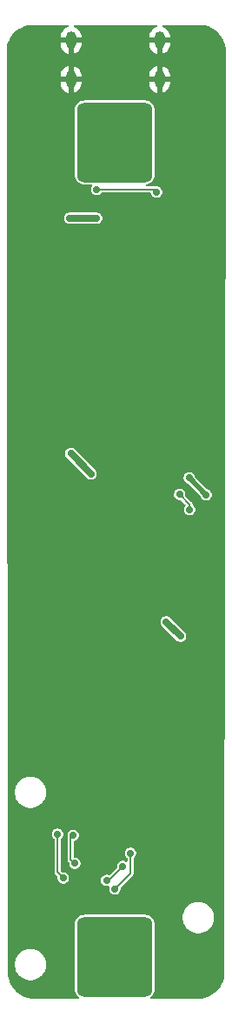
<source format=gbr>
%TF.GenerationSoftware,KiCad,Pcbnew,9.0.3*%
%TF.CreationDate,2025-10-01T23:26:51-04:00*%
%TF.ProjectId,Photon,50686f74-6f6e-42e6-9b69-6361645f7063,1.3*%
%TF.SameCoordinates,Original*%
%TF.FileFunction,Copper,L2,Bot*%
%TF.FilePolarity,Positive*%
%FSLAX46Y46*%
G04 Gerber Fmt 4.6, Leading zero omitted, Abs format (unit mm)*
G04 Created by KiCad (PCBNEW 9.0.3) date 2025-10-01 23:26:51*
%MOMM*%
%LPD*%
G01*
G04 APERTURE LIST*
G04 Aperture macros list*
%AMRoundRect*
0 Rectangle with rounded corners*
0 $1 Rounding radius*
0 $2 $3 $4 $5 $6 $7 $8 $9 X,Y pos of 4 corners*
0 Add a 4 corners polygon primitive as box body*
4,1,4,$2,$3,$4,$5,$6,$7,$8,$9,$2,$3,0*
0 Add four circle primitives for the rounded corners*
1,1,$1+$1,$2,$3*
1,1,$1+$1,$4,$5*
1,1,$1+$1,$6,$7*
1,1,$1+$1,$8,$9*
0 Add four rect primitives between the rounded corners*
20,1,$1+$1,$2,$3,$4,$5,0*
20,1,$1+$1,$4,$5,$6,$7,0*
20,1,$1+$1,$6,$7,$8,$9,0*
20,1,$1+$1,$8,$9,$2,$3,0*%
G04 Aperture macros list end*
%TA.AperFunction,HeatsinkPad*%
%ADD10O,1.000000X1.700000*%
%TD*%
%TA.AperFunction,SMDPad,CuDef*%
%ADD11RoundRect,0.735000X-2.940000X3.150000X-2.940000X-3.150000X2.940000X-3.150000X2.940000X3.150000X0*%
%TD*%
%TA.AperFunction,ViaPad*%
%ADD12C,0.700000*%
%TD*%
%TA.AperFunction,Conductor*%
%ADD13C,0.700000*%
%TD*%
%TA.AperFunction,Conductor*%
%ADD14C,0.200000*%
%TD*%
%TA.AperFunction,Conductor*%
%ADD15C,0.500000*%
%TD*%
%TA.AperFunction,Conductor*%
%ADD16C,1.000000*%
%TD*%
G04 APERTURE END LIST*
D10*
%TO.P,J1,S1,SHIELD*%
%TO.N,GND*%
X57198800Y-25860000D03*
X57198800Y-22060000D03*
X48558800Y-25860000D03*
X48558800Y-22060000D03*
%TD*%
D11*
%TO.P,BT1,1,+*%
%TO.N,/Bat+*%
X52832000Y-32004000D03*
%TO.P,BT1,2,-*%
%TO.N,/Bat-*%
X52832000Y-111252000D03*
%TD*%
D12*
%TO.N,GND*%
X45369137Y-107950000D03*
X45720000Y-35560000D03*
X54356000Y-41976000D03*
X55628800Y-24892000D03*
X52832000Y-66294000D03*
X59262000Y-99314000D03*
X57150000Y-113792000D03*
X60452000Y-41148000D03*
X60198000Y-33274000D03*
X43434000Y-23114000D03*
X60198000Y-94488000D03*
X60452000Y-57912000D03*
X50128800Y-24892000D03*
X48006000Y-31242000D03*
X43434000Y-24892000D03*
X45847000Y-32131000D03*
X49276000Y-105410000D03*
X58928000Y-45720000D03*
X58928000Y-102870000D03*
X58674000Y-72964000D03*
X58975000Y-74808000D03*
%TO.N,PACK+*%
X50527000Y-64281000D03*
X48543380Y-62297380D03*
%TO.N,/SCK*%
X52015896Y-103820103D03*
X53605238Y-102469999D03*
%TO.N,/LED2_EN*%
X48925036Y-102168275D03*
X48768000Y-99426000D03*
%TO.N,/LED1_EN*%
X60107220Y-67732794D03*
X59132930Y-66244930D03*
X47808000Y-103576000D03*
X47244000Y-99314000D03*
%TO.N,+3V3*%
X60071000Y-64643000D03*
X52837896Y-104642104D03*
X61722000Y-66294000D03*
X54356000Y-101170000D03*
%TO.N,/Bat+*%
X51054000Y-39370000D03*
X54922000Y-35316082D03*
X48436206Y-39370000D03*
%TO.N,/Bat-*%
X52832000Y-111252000D03*
X57824764Y-78652764D03*
X59239686Y-80067686D03*
%TO.N,/PMOS_EN_OUT*%
X56896000Y-36830000D03*
X51054000Y-36576000D03*
%TD*%
D13*
%TO.N,PACK+*%
X48543380Y-62297380D02*
X50527000Y-64281000D01*
D14*
%TO.N,/SCK*%
X52255134Y-103820103D02*
X53605238Y-102469999D01*
X52015896Y-103820103D02*
X52255134Y-103820103D01*
%TO.N,/LED2_EN*%
X48925036Y-102168275D02*
X48514000Y-101757239D01*
X48514000Y-101757239D02*
X48514000Y-99680000D01*
X48514000Y-99680000D02*
X48768000Y-99426000D01*
%TO.N,/LED1_EN*%
X47244000Y-103012000D02*
X47244000Y-99314000D01*
X60107220Y-67219220D02*
X59132930Y-66244930D01*
X60107220Y-67732794D02*
X60107220Y-67219220D01*
X47808000Y-103576000D02*
X47244000Y-103012000D01*
%TO.N,+3V3*%
X52837896Y-104642104D02*
X54356000Y-103124000D01*
X54356000Y-103124000D02*
X54356000Y-101170000D01*
D15*
X61722000Y-66294000D02*
X60071000Y-64643000D01*
D13*
%TO.N,/Bat+*%
X48436206Y-39370000D02*
X51054000Y-39370000D01*
D16*
X52289000Y-32223000D02*
X52324000Y-32258000D01*
D13*
%TO.N,/Bat-*%
X57824764Y-78652764D02*
X59239686Y-80067686D01*
D14*
%TO.N,/PMOS_EN_OUT*%
X56642000Y-36576000D02*
X51054000Y-36576000D01*
X56896000Y-36830000D02*
X56642000Y-36576000D01*
%TD*%
%TA.AperFunction,Conductor*%
%TO.N,GND*%
G36*
X48266809Y-20585408D02*
G01*
X48302773Y-20634908D01*
X48302773Y-20696094D01*
X48266809Y-20745594D01*
X48246503Y-20756965D01*
X48085126Y-20823808D01*
X48085114Y-20823814D01*
X47921337Y-20933249D01*
X47921333Y-20933252D01*
X47782052Y-21072533D01*
X47782049Y-21072537D01*
X47672614Y-21236314D01*
X47672608Y-21236326D01*
X47597229Y-21418309D01*
X47597229Y-21418311D01*
X47558800Y-21611506D01*
X47558800Y-21809999D01*
X47558801Y-21810000D01*
X48308800Y-21810000D01*
X48308800Y-22310001D01*
X48308799Y-22310000D01*
X47558801Y-22310000D01*
X47558800Y-22310001D01*
X47558800Y-22508493D01*
X47597229Y-22701688D01*
X47597229Y-22701690D01*
X47672608Y-22883673D01*
X47672614Y-22883685D01*
X47782049Y-23047462D01*
X47782052Y-23047466D01*
X47921333Y-23186747D01*
X47921337Y-23186750D01*
X48085114Y-23296185D01*
X48085126Y-23296191D01*
X48267104Y-23371568D01*
X48267115Y-23371571D01*
X48308800Y-23379862D01*
X48308800Y-22459728D01*
X48346860Y-22551614D01*
X48417186Y-22621940D01*
X48509072Y-22660000D01*
X48608528Y-22660000D01*
X48700414Y-22621940D01*
X48770740Y-22551614D01*
X48808800Y-22459728D01*
X48808800Y-23379861D01*
X48850484Y-23371571D01*
X48850495Y-23371568D01*
X49032473Y-23296191D01*
X49032485Y-23296185D01*
X49196262Y-23186750D01*
X49196266Y-23186747D01*
X49335547Y-23047466D01*
X49335550Y-23047462D01*
X49444985Y-22883685D01*
X49444991Y-22883673D01*
X49520370Y-22701690D01*
X49520370Y-22701688D01*
X49558799Y-22508493D01*
X49558800Y-22508490D01*
X49558800Y-22310001D01*
X49558799Y-22310000D01*
X48808801Y-22310000D01*
X48808800Y-22310001D01*
X48808800Y-21810000D01*
X49558799Y-21810000D01*
X49558800Y-21809999D01*
X49558800Y-21611509D01*
X49558799Y-21611506D01*
X49520370Y-21418311D01*
X49520370Y-21418309D01*
X49444991Y-21236326D01*
X49444985Y-21236314D01*
X49335550Y-21072537D01*
X49335547Y-21072533D01*
X49196266Y-20933252D01*
X49196262Y-20933249D01*
X49032485Y-20823814D01*
X49032473Y-20823808D01*
X48871097Y-20756965D01*
X48824571Y-20717229D01*
X48810287Y-20657734D01*
X48833702Y-20601206D01*
X48885871Y-20569236D01*
X48908982Y-20566501D01*
X56848618Y-20566501D01*
X56906809Y-20585408D01*
X56942773Y-20634908D01*
X56942773Y-20696094D01*
X56906809Y-20745594D01*
X56886503Y-20756965D01*
X56725126Y-20823808D01*
X56725114Y-20823814D01*
X56561337Y-20933249D01*
X56561333Y-20933252D01*
X56422052Y-21072533D01*
X56422049Y-21072537D01*
X56312614Y-21236314D01*
X56312608Y-21236326D01*
X56237229Y-21418309D01*
X56237229Y-21418311D01*
X56198800Y-21611506D01*
X56198800Y-21809999D01*
X56198801Y-21810000D01*
X56948800Y-21810000D01*
X56948800Y-22310001D01*
X56948799Y-22310000D01*
X56198801Y-22310000D01*
X56198800Y-22310001D01*
X56198800Y-22508493D01*
X56237229Y-22701688D01*
X56237229Y-22701690D01*
X56312608Y-22883673D01*
X56312614Y-22883685D01*
X56422049Y-23047462D01*
X56422052Y-23047466D01*
X56561333Y-23186747D01*
X56561337Y-23186750D01*
X56725114Y-23296185D01*
X56725126Y-23296191D01*
X56907104Y-23371568D01*
X56907115Y-23371571D01*
X56948800Y-23379862D01*
X56948800Y-22459728D01*
X56986860Y-22551614D01*
X57057186Y-22621940D01*
X57149072Y-22660000D01*
X57248528Y-22660000D01*
X57340414Y-22621940D01*
X57410740Y-22551614D01*
X57448800Y-22459728D01*
X57448800Y-23379861D01*
X57490484Y-23371571D01*
X57490495Y-23371568D01*
X57672473Y-23296191D01*
X57672485Y-23296185D01*
X57836262Y-23186750D01*
X57836266Y-23186747D01*
X57975547Y-23047466D01*
X57975550Y-23047462D01*
X58084985Y-22883685D01*
X58084991Y-22883673D01*
X58160370Y-22701690D01*
X58160370Y-22701688D01*
X58198799Y-22508493D01*
X58198800Y-22508490D01*
X58198800Y-22310001D01*
X58198799Y-22310000D01*
X57448801Y-22310000D01*
X57448800Y-22310001D01*
X57448800Y-21810000D01*
X58198799Y-21810000D01*
X58198800Y-21809999D01*
X58198800Y-21611509D01*
X58198799Y-21611506D01*
X58160370Y-21418311D01*
X58160370Y-21418309D01*
X58084991Y-21236326D01*
X58084985Y-21236314D01*
X57975550Y-21072537D01*
X57975547Y-21072533D01*
X57836266Y-20933252D01*
X57836262Y-20933249D01*
X57672485Y-20823814D01*
X57672473Y-20823808D01*
X57511097Y-20756965D01*
X57464571Y-20717229D01*
X57450287Y-20657734D01*
X57473702Y-20601206D01*
X57525871Y-20569236D01*
X57548982Y-20566501D01*
X61087975Y-20566501D01*
X61093527Y-20566657D01*
X61370408Y-20582210D01*
X61381439Y-20583453D01*
X61652120Y-20629446D01*
X61662928Y-20631912D01*
X61926786Y-20707932D01*
X61937235Y-20711588D01*
X62190905Y-20816665D01*
X62200899Y-20821478D01*
X62441146Y-20954260D01*
X62441206Y-20954293D01*
X62450603Y-20960198D01*
X62674524Y-21119081D01*
X62683195Y-21125996D01*
X62887928Y-21308959D01*
X62895762Y-21316793D01*
X62986481Y-21418309D01*
X63078719Y-21521525D01*
X63085641Y-21530205D01*
X63244520Y-21754126D01*
X63250426Y-21763526D01*
X63383233Y-22003824D01*
X63388050Y-22013827D01*
X63493115Y-22267480D01*
X63496782Y-22277958D01*
X63549149Y-22459728D01*
X63563197Y-22508490D01*
X63572792Y-22541793D01*
X63575262Y-22552617D01*
X63621250Y-22823291D01*
X63622493Y-22834323D01*
X63638039Y-23111148D01*
X63638195Y-23116843D01*
X63507604Y-112703004D01*
X63507604Y-112703006D01*
X63507594Y-112709754D01*
X63507500Y-112710108D01*
X63507500Y-112773355D01*
X63507495Y-112773368D01*
X63507344Y-112778760D01*
X63491793Y-113055679D01*
X63490550Y-113066711D01*
X63444561Y-113337386D01*
X63442091Y-113348210D01*
X63366081Y-113612045D01*
X63362414Y-113622524D01*
X63257344Y-113876184D01*
X63252527Y-113886186D01*
X63119719Y-114126485D01*
X63113812Y-114135886D01*
X62954933Y-114359804D01*
X62948012Y-114368483D01*
X62765060Y-114573209D01*
X62757209Y-114581060D01*
X62552483Y-114764012D01*
X62543804Y-114770933D01*
X62319886Y-114929812D01*
X62310485Y-114935719D01*
X62070186Y-115068527D01*
X62060184Y-115073344D01*
X61806524Y-115178414D01*
X61796045Y-115182081D01*
X61532210Y-115258091D01*
X61521386Y-115260561D01*
X61250711Y-115306550D01*
X61239679Y-115307793D01*
X60962778Y-115323344D01*
X60957227Y-115323500D01*
X56400134Y-115323500D01*
X56341943Y-115304593D01*
X56305979Y-115255093D01*
X56305979Y-115193907D01*
X56337831Y-115147563D01*
X56377591Y-115115364D01*
X56437142Y-115067142D01*
X56560898Y-114914316D01*
X56650175Y-114739100D01*
X56701072Y-114549151D01*
X56707500Y-114467475D01*
X56707499Y-108036526D01*
X56701072Y-107954849D01*
X56650175Y-107764900D01*
X56560898Y-107589684D01*
X56560895Y-107589680D01*
X56560894Y-107589678D01*
X56437146Y-107436863D01*
X56437142Y-107436858D01*
X56437136Y-107436853D01*
X56385777Y-107395263D01*
X56295567Y-107322212D01*
X59437995Y-107322212D01*
X59437995Y-107561787D01*
X59475470Y-107798399D01*
X59527506Y-107958548D01*
X59549503Y-108026247D01*
X59658265Y-108239704D01*
X59799080Y-108433519D01*
X59968481Y-108602920D01*
X60162296Y-108743735D01*
X60375753Y-108852497D01*
X60603596Y-108926528D01*
X60603597Y-108926528D01*
X60603600Y-108926529D01*
X60840213Y-108964005D01*
X60840216Y-108964005D01*
X61079787Y-108964005D01*
X61316399Y-108926529D01*
X61316400Y-108926528D01*
X61316404Y-108926528D01*
X61544247Y-108852497D01*
X61757704Y-108743735D01*
X61951519Y-108602920D01*
X62120920Y-108433519D01*
X62261735Y-108239704D01*
X62370497Y-108026247D01*
X62444528Y-107798404D01*
X62449835Y-107764900D01*
X62482005Y-107561787D01*
X62482005Y-107322212D01*
X62444529Y-107085600D01*
X62426028Y-107028659D01*
X62370497Y-106857753D01*
X62261735Y-106644296D01*
X62120920Y-106450481D01*
X61951519Y-106281080D01*
X61757704Y-106140265D01*
X61757703Y-106140264D01*
X61757701Y-106140263D01*
X61544247Y-106031503D01*
X61316399Y-105957470D01*
X61079787Y-105919995D01*
X61079784Y-105919995D01*
X60840216Y-105919995D01*
X60840213Y-105919995D01*
X60603600Y-105957470D01*
X60375752Y-106031503D01*
X60162298Y-106140263D01*
X59968482Y-106281079D01*
X59799079Y-106450482D01*
X59658263Y-106644298D01*
X59549503Y-106857752D01*
X59475470Y-107085600D01*
X59437995Y-107322212D01*
X56295567Y-107322212D01*
X56284321Y-107313105D01*
X56284319Y-107313104D01*
X56284317Y-107313103D01*
X56284316Y-107313102D01*
X56109100Y-107223825D01*
X56109097Y-107223824D01*
X56109098Y-107223824D01*
X56026847Y-107201785D01*
X55919151Y-107172928D01*
X55919147Y-107172927D01*
X55919148Y-107172927D01*
X55871692Y-107169192D01*
X55837475Y-107166500D01*
X55837468Y-107166500D01*
X49826531Y-107166500D01*
X49744853Y-107172927D01*
X49554902Y-107223824D01*
X49379680Y-107313104D01*
X49379678Y-107313105D01*
X49226863Y-107436853D01*
X49226853Y-107436863D01*
X49103105Y-107589678D01*
X49103104Y-107589680D01*
X49013824Y-107764902D01*
X48962927Y-107954853D01*
X48956500Y-108036531D01*
X48956500Y-114467468D01*
X48962927Y-114549146D01*
X48962927Y-114549149D01*
X48962928Y-114549151D01*
X49013825Y-114739100D01*
X49103102Y-114914316D01*
X49103104Y-114914319D01*
X49103105Y-114914321D01*
X49226853Y-115067136D01*
X49226858Y-115067142D01*
X49226863Y-115067146D01*
X49326169Y-115147563D01*
X49359493Y-115198877D01*
X49356290Y-115259979D01*
X49317785Y-115307529D01*
X49263866Y-115323500D01*
X44960773Y-115323500D01*
X44955222Y-115323344D01*
X44678320Y-115307793D01*
X44667288Y-115306550D01*
X44396613Y-115260561D01*
X44385789Y-115258091D01*
X44121954Y-115182081D01*
X44111475Y-115178414D01*
X43857815Y-115073344D01*
X43847813Y-115068527D01*
X43607514Y-114935719D01*
X43598113Y-114929812D01*
X43374195Y-114770933D01*
X43365516Y-114764012D01*
X43270270Y-114678896D01*
X43160782Y-114581052D01*
X43152947Y-114573217D01*
X43042381Y-114449493D01*
X42969987Y-114368483D01*
X42963066Y-114359804D01*
X42804187Y-114135886D01*
X42798280Y-114126485D01*
X42665472Y-113886186D01*
X42660655Y-113876184D01*
X42555585Y-113622524D01*
X42551918Y-113612045D01*
X42475904Y-113348195D01*
X42473441Y-113337401D01*
X42427448Y-113066706D01*
X42426206Y-113055679D01*
X42410656Y-112778778D01*
X42410500Y-112773376D01*
X42410500Y-112773355D01*
X42410500Y-112710108D01*
X42410404Y-112709751D01*
X42409215Y-111894645D01*
X43090637Y-111894645D01*
X43090637Y-112133354D01*
X43127977Y-112369110D01*
X43201742Y-112596134D01*
X43293043Y-112775324D01*
X43310110Y-112808819D01*
X43450416Y-113001933D01*
X43619204Y-113170721D01*
X43812318Y-113311027D01*
X44025003Y-113419395D01*
X44252022Y-113493158D01*
X44252023Y-113493158D01*
X44252026Y-113493159D01*
X44487783Y-113530500D01*
X44487786Y-113530500D01*
X44726491Y-113530500D01*
X44962247Y-113493159D01*
X44962248Y-113493158D01*
X44962252Y-113493158D01*
X45189271Y-113419395D01*
X45401956Y-113311027D01*
X45595070Y-113170721D01*
X45763858Y-113001933D01*
X45904164Y-112808819D01*
X46012532Y-112596134D01*
X46086295Y-112369115D01*
X46092836Y-112327817D01*
X46123637Y-112133354D01*
X46123637Y-111894645D01*
X46086296Y-111658889D01*
X46068795Y-111605026D01*
X46012532Y-111431866D01*
X45904164Y-111219181D01*
X45763858Y-111026067D01*
X45595070Y-110857279D01*
X45401956Y-110716973D01*
X45401955Y-110716972D01*
X45401953Y-110716971D01*
X45189271Y-110608605D01*
X44962247Y-110534840D01*
X44726491Y-110497500D01*
X44726488Y-110497500D01*
X44487786Y-110497500D01*
X44487783Y-110497500D01*
X44252026Y-110534840D01*
X44025002Y-110608605D01*
X43812320Y-110716971D01*
X43619205Y-110857278D01*
X43450415Y-111026068D01*
X43310108Y-111219183D01*
X43201742Y-111431865D01*
X43127977Y-111658889D01*
X43090637Y-111894645D01*
X42409215Y-111894645D01*
X42390765Y-99241525D01*
X46693500Y-99241525D01*
X46693500Y-99386474D01*
X46731017Y-99526489D01*
X46803487Y-99652010D01*
X46803489Y-99652012D01*
X46803491Y-99652015D01*
X46905985Y-99754509D01*
X46905987Y-99754510D01*
X46910574Y-99759097D01*
X46909380Y-99760290D01*
X46939420Y-99803989D01*
X46943500Y-99832116D01*
X46943500Y-103051564D01*
X46963978Y-103127988D01*
X46963980Y-103127992D01*
X47003539Y-103196510D01*
X47229150Y-103422122D01*
X47256927Y-103476638D01*
X47257196Y-103497037D01*
X47257500Y-103497037D01*
X47257500Y-103648474D01*
X47295017Y-103788489D01*
X47367487Y-103914010D01*
X47367489Y-103914012D01*
X47367491Y-103914015D01*
X47469985Y-104016509D01*
X47469987Y-104016510D01*
X47469989Y-104016512D01*
X47595511Y-104088982D01*
X47595512Y-104088982D01*
X47595515Y-104088984D01*
X47735525Y-104126500D01*
X47735526Y-104126500D01*
X47880474Y-104126500D01*
X47880475Y-104126500D01*
X48020485Y-104088984D01*
X48020487Y-104088982D01*
X48020489Y-104088982D01*
X48146010Y-104016512D01*
X48146010Y-104016511D01*
X48146015Y-104016509D01*
X48248509Y-103914015D01*
X48320984Y-103788485D01*
X48331932Y-103747628D01*
X51465396Y-103747628D01*
X51465396Y-103892577D01*
X51502913Y-104032592D01*
X51575383Y-104158113D01*
X51575385Y-104158115D01*
X51575387Y-104158118D01*
X51677881Y-104260612D01*
X51677883Y-104260613D01*
X51677885Y-104260615D01*
X51803407Y-104333085D01*
X51803408Y-104333085D01*
X51803411Y-104333087D01*
X51943421Y-104370603D01*
X51943422Y-104370603D01*
X52088372Y-104370603D01*
X52088372Y-104370602D01*
X52194613Y-104342135D01*
X52255715Y-104345336D01*
X52303265Y-104383841D01*
X52319101Y-104442941D01*
X52315864Y-104463384D01*
X52287396Y-104569629D01*
X52287396Y-104714578D01*
X52324913Y-104854593D01*
X52397383Y-104980114D01*
X52397385Y-104980116D01*
X52397387Y-104980119D01*
X52499881Y-105082613D01*
X52499883Y-105082614D01*
X52499885Y-105082616D01*
X52625407Y-105155086D01*
X52625408Y-105155086D01*
X52625411Y-105155088D01*
X52765421Y-105192604D01*
X52765422Y-105192604D01*
X52910370Y-105192604D01*
X52910371Y-105192604D01*
X53050381Y-105155088D01*
X53050383Y-105155086D01*
X53050385Y-105155086D01*
X53175906Y-105082616D01*
X53175906Y-105082615D01*
X53175911Y-105082613D01*
X53278405Y-104980119D01*
X53350880Y-104854589D01*
X53388396Y-104714579D01*
X53388396Y-104569629D01*
X53388396Y-104563140D01*
X53390082Y-104563140D01*
X53399743Y-104510995D01*
X53416741Y-104488228D01*
X54596460Y-103308511D01*
X54627054Y-103255520D01*
X54636021Y-103239989D01*
X54656500Y-103163562D01*
X54656500Y-101688116D01*
X54675407Y-101629925D01*
X54689642Y-101615313D01*
X54689426Y-101615097D01*
X54694012Y-101610510D01*
X54694015Y-101610509D01*
X54796509Y-101508015D01*
X54868984Y-101382485D01*
X54906500Y-101242475D01*
X54906500Y-101097525D01*
X54868984Y-100957515D01*
X54868982Y-100957512D01*
X54868982Y-100957510D01*
X54796512Y-100831989D01*
X54796510Y-100831987D01*
X54796509Y-100831985D01*
X54694015Y-100729491D01*
X54694012Y-100729489D01*
X54694010Y-100729487D01*
X54568488Y-100657017D01*
X54568489Y-100657017D01*
X54538896Y-100649087D01*
X54428475Y-100619500D01*
X54283525Y-100619500D01*
X54221790Y-100636041D01*
X54143510Y-100657017D01*
X54017989Y-100729487D01*
X53915487Y-100831989D01*
X53843017Y-100957510D01*
X53805500Y-101097525D01*
X53805500Y-101242474D01*
X53843017Y-101382489D01*
X53915487Y-101508010D01*
X53915489Y-101508012D01*
X53915491Y-101508015D01*
X54017985Y-101610509D01*
X54017987Y-101610510D01*
X54022574Y-101615097D01*
X54021380Y-101616290D01*
X54051420Y-101659989D01*
X54055500Y-101688116D01*
X54055500Y-101922822D01*
X54036593Y-101981013D01*
X53987093Y-102016977D01*
X53925907Y-102016977D01*
X53907000Y-102008559D01*
X53817724Y-101957015D01*
X53690114Y-101922822D01*
X53677713Y-101919499D01*
X53532763Y-101919499D01*
X53520362Y-101922822D01*
X53392748Y-101957016D01*
X53267227Y-102029486D01*
X53164725Y-102131988D01*
X53092255Y-102257509D01*
X53054738Y-102397524D01*
X53054738Y-102548963D01*
X53053053Y-102548963D01*
X53043384Y-102601116D01*
X53026388Y-102623876D01*
X52354854Y-103295410D01*
X52300337Y-103323187D01*
X52239905Y-103313616D01*
X52235365Y-103311151D01*
X52228381Y-103307119D01*
X52088371Y-103269603D01*
X51943421Y-103269603D01*
X51881686Y-103286144D01*
X51803406Y-103307120D01*
X51677885Y-103379590D01*
X51575383Y-103482092D01*
X51502913Y-103607613D01*
X51465396Y-103747628D01*
X48331932Y-103747628D01*
X48358500Y-103648475D01*
X48358500Y-103503525D01*
X48320984Y-103363515D01*
X48320982Y-103363512D01*
X48320982Y-103363510D01*
X48248512Y-103237989D01*
X48248510Y-103237987D01*
X48248509Y-103237985D01*
X48146015Y-103135491D01*
X48146012Y-103135489D01*
X48146010Y-103135487D01*
X48020488Y-103063017D01*
X48020489Y-103063017D01*
X47977746Y-103051564D01*
X47880475Y-103025500D01*
X47735525Y-103025500D01*
X47729037Y-103025500D01*
X47729037Y-103023817D01*
X47722867Y-103022673D01*
X47708638Y-103024927D01*
X47693536Y-103017232D01*
X47676874Y-103014142D01*
X47654121Y-102997150D01*
X47573496Y-102916525D01*
X47545719Y-102862008D01*
X47544500Y-102846521D01*
X47544500Y-99832116D01*
X47563407Y-99773925D01*
X47577642Y-99759313D01*
X47577426Y-99759097D01*
X47582012Y-99754510D01*
X47582015Y-99754509D01*
X47684509Y-99652015D01*
X47691193Y-99640438D01*
X48213500Y-99640438D01*
X48213500Y-99645833D01*
X48213500Y-101796803D01*
X48233978Y-101873227D01*
X48233980Y-101873231D01*
X48273539Y-101941749D01*
X48346186Y-102014397D01*
X48373963Y-102068914D01*
X48374232Y-102089312D01*
X48374536Y-102089312D01*
X48374536Y-102240749D01*
X48412053Y-102380764D01*
X48484523Y-102506285D01*
X48484525Y-102506287D01*
X48484527Y-102506290D01*
X48587021Y-102608784D01*
X48587023Y-102608785D01*
X48587025Y-102608787D01*
X48712547Y-102681257D01*
X48712548Y-102681257D01*
X48712551Y-102681259D01*
X48852561Y-102718775D01*
X48852562Y-102718775D01*
X48997510Y-102718775D01*
X48997511Y-102718775D01*
X49137521Y-102681259D01*
X49137523Y-102681257D01*
X49137525Y-102681257D01*
X49263046Y-102608787D01*
X49263046Y-102608786D01*
X49263051Y-102608784D01*
X49365545Y-102506290D01*
X49365548Y-102506285D01*
X49438018Y-102380764D01*
X49438018Y-102380762D01*
X49438020Y-102380760D01*
X49475536Y-102240750D01*
X49475536Y-102095800D01*
X49438020Y-101955790D01*
X49438018Y-101955787D01*
X49438018Y-101955785D01*
X49365548Y-101830264D01*
X49365546Y-101830262D01*
X49365545Y-101830260D01*
X49263051Y-101727766D01*
X49263048Y-101727764D01*
X49263046Y-101727762D01*
X49137524Y-101655292D01*
X49137525Y-101655292D01*
X49107932Y-101647362D01*
X48997511Y-101617775D01*
X48913500Y-101617775D01*
X48855309Y-101598868D01*
X48819345Y-101549368D01*
X48814500Y-101518775D01*
X48814500Y-100059425D01*
X48833407Y-100001234D01*
X48882907Y-99965270D01*
X48887858Y-99963803D01*
X48980485Y-99938984D01*
X48980487Y-99938982D01*
X48980489Y-99938982D01*
X49106010Y-99866512D01*
X49106010Y-99866511D01*
X49106015Y-99866509D01*
X49208509Y-99764015D01*
X49211224Y-99759313D01*
X49280982Y-99638489D01*
X49280982Y-99638487D01*
X49280984Y-99638485D01*
X49318500Y-99498475D01*
X49318500Y-99353525D01*
X49280984Y-99213515D01*
X49280982Y-99213512D01*
X49280982Y-99213510D01*
X49208512Y-99087989D01*
X49208510Y-99087987D01*
X49208509Y-99087985D01*
X49106015Y-98985491D01*
X49106012Y-98985489D01*
X49106010Y-98985487D01*
X48980488Y-98913017D01*
X48980489Y-98913017D01*
X48950896Y-98905087D01*
X48840475Y-98875500D01*
X48695525Y-98875500D01*
X48633790Y-98892041D01*
X48555510Y-98913017D01*
X48429989Y-98985487D01*
X48327487Y-99087989D01*
X48255017Y-99213510D01*
X48217500Y-99353525D01*
X48217500Y-99498474D01*
X48227654Y-99536371D01*
X48227654Y-99577979D01*
X48228215Y-99585422D01*
X48227947Y-99586522D01*
X48213500Y-99640438D01*
X47691193Y-99640438D01*
X47722957Y-99585422D01*
X47723519Y-99584449D01*
X47756982Y-99526489D01*
X47756982Y-99526487D01*
X47756984Y-99526485D01*
X47794500Y-99386475D01*
X47794500Y-99241525D01*
X47756984Y-99101515D01*
X47756982Y-99101512D01*
X47756982Y-99101510D01*
X47684512Y-98975989D01*
X47684510Y-98975987D01*
X47684509Y-98975985D01*
X47582015Y-98873491D01*
X47582012Y-98873489D01*
X47582010Y-98873487D01*
X47456488Y-98801017D01*
X47456489Y-98801017D01*
X47426896Y-98793087D01*
X47316475Y-98763500D01*
X47171525Y-98763500D01*
X47109790Y-98780041D01*
X47031510Y-98801017D01*
X46905989Y-98873487D01*
X46803487Y-98975989D01*
X46731017Y-99101510D01*
X46693500Y-99241525D01*
X42390765Y-99241525D01*
X42385233Y-95447273D01*
X42384771Y-95130645D01*
X43090637Y-95130645D01*
X43090637Y-95369354D01*
X43127977Y-95605110D01*
X43127979Y-95605115D01*
X43201742Y-95832134D01*
X43310110Y-96044819D01*
X43450416Y-96237933D01*
X43619204Y-96406721D01*
X43812318Y-96547027D01*
X44025003Y-96655395D01*
X44252022Y-96729158D01*
X44252023Y-96729158D01*
X44252026Y-96729159D01*
X44487783Y-96766500D01*
X44487786Y-96766500D01*
X44726491Y-96766500D01*
X44962247Y-96729159D01*
X44962248Y-96729158D01*
X44962252Y-96729158D01*
X45189271Y-96655395D01*
X45401956Y-96547027D01*
X45595070Y-96406721D01*
X45763858Y-96237933D01*
X45904164Y-96044819D01*
X46012532Y-95832134D01*
X46086295Y-95605115D01*
X46092836Y-95563817D01*
X46123637Y-95369354D01*
X46123637Y-95130645D01*
X46086296Y-94894889D01*
X46068795Y-94841026D01*
X46012532Y-94667866D01*
X45904164Y-94455181D01*
X45763858Y-94262067D01*
X45595070Y-94093279D01*
X45401956Y-93952973D01*
X45401955Y-93952972D01*
X45401953Y-93952971D01*
X45189271Y-93844605D01*
X44962247Y-93770840D01*
X44726491Y-93733500D01*
X44726488Y-93733500D01*
X44487786Y-93733500D01*
X44487783Y-93733500D01*
X44252026Y-93770840D01*
X44025002Y-93844605D01*
X43812320Y-93952971D01*
X43619205Y-94093278D01*
X43450415Y-94262068D01*
X43310108Y-94455183D01*
X43201742Y-94667865D01*
X43127977Y-94894889D01*
X43090637Y-95130645D01*
X42384771Y-95130645D01*
X42384766Y-95126903D01*
X42363555Y-80580669D01*
X42360638Y-78580290D01*
X57274264Y-78580290D01*
X57274264Y-78725238D01*
X57311780Y-78865249D01*
X57384254Y-78990779D01*
X58901671Y-80508196D01*
X59027201Y-80580670D01*
X59167211Y-80618186D01*
X59167212Y-80618186D01*
X59312160Y-80618186D01*
X59312161Y-80618186D01*
X59452171Y-80580670D01*
X59577701Y-80508196D01*
X59680196Y-80405701D01*
X59752670Y-80280171D01*
X59790186Y-80140160D01*
X59790186Y-79995212D01*
X59752670Y-79855201D01*
X59680196Y-79729671D01*
X58162779Y-78212254D01*
X58037249Y-78139780D01*
X57897239Y-78102264D01*
X57752289Y-78102264D01*
X57612279Y-78139780D01*
X57486749Y-78212254D01*
X57384254Y-78314749D01*
X57311780Y-78440279D01*
X57274264Y-78580290D01*
X42360638Y-78580290D01*
X42344167Y-67283743D01*
X42342546Y-66172455D01*
X58582430Y-66172455D01*
X58582430Y-66317405D01*
X58595724Y-66367019D01*
X58619947Y-66457419D01*
X58692417Y-66582940D01*
X58692419Y-66582942D01*
X58692421Y-66582945D01*
X58794915Y-66685439D01*
X58794917Y-66685440D01*
X58794919Y-66685442D01*
X58920441Y-66757912D01*
X58920442Y-66757912D01*
X58920445Y-66757914D01*
X59060455Y-66795430D01*
X59060456Y-66795430D01*
X59211894Y-66795430D01*
X59211894Y-66797117D01*
X59264033Y-66806775D01*
X59286808Y-66823779D01*
X59692255Y-67229226D01*
X59720032Y-67283743D01*
X59710461Y-67344175D01*
X59692257Y-67369231D01*
X59666711Y-67394778D01*
X59594237Y-67520304D01*
X59556720Y-67660319D01*
X59556720Y-67805268D01*
X59594237Y-67945283D01*
X59666707Y-68070804D01*
X59666709Y-68070806D01*
X59666711Y-68070809D01*
X59769205Y-68173303D01*
X59769207Y-68173304D01*
X59769209Y-68173306D01*
X59894731Y-68245776D01*
X59894732Y-68245776D01*
X59894735Y-68245778D01*
X60034745Y-68283294D01*
X60034746Y-68283294D01*
X60179694Y-68283294D01*
X60179695Y-68283294D01*
X60319705Y-68245778D01*
X60319707Y-68245776D01*
X60319709Y-68245776D01*
X60445230Y-68173306D01*
X60445230Y-68173305D01*
X60445235Y-68173303D01*
X60547729Y-68070809D01*
X60620204Y-67945279D01*
X60657720Y-67805269D01*
X60657720Y-67660319D01*
X60620204Y-67520309D01*
X60620202Y-67520306D01*
X60620202Y-67520304D01*
X60547732Y-67394783D01*
X60547728Y-67394778D01*
X60440647Y-67287696D01*
X60441837Y-67286505D01*
X60411794Y-67242784D01*
X60407720Y-67214676D01*
X60407720Y-67179657D01*
X60407719Y-67179655D01*
X60387241Y-67103231D01*
X60387239Y-67103227D01*
X60347680Y-67034709D01*
X60291731Y-66978759D01*
X60291731Y-66978760D01*
X59711779Y-66398808D01*
X59684002Y-66344291D01*
X59683736Y-66323894D01*
X59683430Y-66323894D01*
X59683430Y-66172455D01*
X59659061Y-66081510D01*
X59645914Y-66032445D01*
X59645912Y-66032442D01*
X59645912Y-66032440D01*
X59573442Y-65906919D01*
X59573440Y-65906917D01*
X59573439Y-65906915D01*
X59470945Y-65804421D01*
X59470942Y-65804419D01*
X59470940Y-65804417D01*
X59345418Y-65731947D01*
X59345419Y-65731947D01*
X59315826Y-65724017D01*
X59205405Y-65694430D01*
X59060455Y-65694430D01*
X58998720Y-65710971D01*
X58920440Y-65731947D01*
X58794919Y-65804417D01*
X58692417Y-65906919D01*
X58619947Y-66032440D01*
X58584130Y-66166110D01*
X58582430Y-66172455D01*
X42342546Y-66172455D01*
X42342537Y-66166110D01*
X42336790Y-62224906D01*
X47992880Y-62224906D01*
X47992880Y-62369854D01*
X48030396Y-62509865D01*
X48102870Y-62635395D01*
X50188985Y-64721510D01*
X50314515Y-64793984D01*
X50454525Y-64831500D01*
X50454526Y-64831500D01*
X50599474Y-64831500D01*
X50599475Y-64831500D01*
X50739485Y-64793984D01*
X50865015Y-64721510D01*
X50967510Y-64619015D01*
X50995505Y-64570525D01*
X59520500Y-64570525D01*
X59520500Y-64715474D01*
X59558017Y-64855489D01*
X59630487Y-64981010D01*
X59630489Y-64981012D01*
X59630491Y-64981015D01*
X59732985Y-65083509D01*
X59732987Y-65083510D01*
X59732989Y-65083512D01*
X59858511Y-65155982D01*
X59858509Y-65155982D01*
X59858513Y-65155983D01*
X59858515Y-65155984D01*
X59953602Y-65181462D01*
X59997981Y-65207084D01*
X61157915Y-66367019D01*
X61183536Y-66411396D01*
X61209016Y-66506485D01*
X61209017Y-66506487D01*
X61209018Y-66506490D01*
X61281487Y-66632010D01*
X61281489Y-66632012D01*
X61281491Y-66632015D01*
X61383985Y-66734509D01*
X61383987Y-66734510D01*
X61383989Y-66734512D01*
X61509511Y-66806982D01*
X61509512Y-66806982D01*
X61509515Y-66806984D01*
X61649525Y-66844500D01*
X61649526Y-66844500D01*
X61794474Y-66844500D01*
X61794475Y-66844500D01*
X61934485Y-66806984D01*
X61934487Y-66806982D01*
X61934489Y-66806982D01*
X62060010Y-66734512D01*
X62060010Y-66734511D01*
X62060015Y-66734509D01*
X62162509Y-66632015D01*
X62234984Y-66506485D01*
X62272500Y-66366475D01*
X62272500Y-66221525D01*
X62234984Y-66081515D01*
X62234982Y-66081512D01*
X62234982Y-66081510D01*
X62162512Y-65955989D01*
X62162510Y-65955987D01*
X62162509Y-65955985D01*
X62060015Y-65853491D01*
X62060012Y-65853489D01*
X62060010Y-65853487D01*
X61934490Y-65781018D01*
X61934487Y-65781017D01*
X61934485Y-65781016D01*
X61839396Y-65755536D01*
X61795019Y-65729915D01*
X60635084Y-64569981D01*
X60609462Y-64525602D01*
X60583984Y-64430515D01*
X60583982Y-64430512D01*
X60583982Y-64430510D01*
X60511512Y-64304989D01*
X60511510Y-64304987D01*
X60511509Y-64304985D01*
X60409015Y-64202491D01*
X60409012Y-64202489D01*
X60409010Y-64202487D01*
X60283488Y-64130017D01*
X60283489Y-64130017D01*
X60253896Y-64122087D01*
X60143475Y-64092500D01*
X59998525Y-64092500D01*
X59936790Y-64109041D01*
X59858510Y-64130017D01*
X59732989Y-64202487D01*
X59630487Y-64304989D01*
X59558017Y-64430510D01*
X59520500Y-64570525D01*
X50995505Y-64570525D01*
X51039984Y-64493485D01*
X51041343Y-64488413D01*
X51077500Y-64353475D01*
X51077500Y-64208525D01*
X51039984Y-64068515D01*
X50967510Y-63942985D01*
X48881395Y-61856870D01*
X48755865Y-61784396D01*
X48615855Y-61746880D01*
X48470905Y-61746880D01*
X48330895Y-61784396D01*
X48205365Y-61856870D01*
X48102870Y-61959365D01*
X48030396Y-62084895D01*
X47992880Y-62224906D01*
X42336790Y-62224906D01*
X42336781Y-62218561D01*
X42303359Y-39297525D01*
X47885706Y-39297525D01*
X47885706Y-39442474D01*
X47923223Y-39582489D01*
X47995693Y-39708010D01*
X47995695Y-39708012D01*
X47995697Y-39708015D01*
X48098191Y-39810509D01*
X48098193Y-39810510D01*
X48098195Y-39810512D01*
X48223717Y-39882982D01*
X48223718Y-39882982D01*
X48223721Y-39882984D01*
X48363731Y-39920500D01*
X48363732Y-39920500D01*
X51126474Y-39920500D01*
X51126475Y-39920500D01*
X51266485Y-39882984D01*
X51266487Y-39882982D01*
X51266489Y-39882982D01*
X51392010Y-39810512D01*
X51392010Y-39810511D01*
X51392015Y-39810509D01*
X51494509Y-39708015D01*
X51566984Y-39582485D01*
X51604500Y-39442475D01*
X51604500Y-39297525D01*
X51566984Y-39157515D01*
X51566982Y-39157512D01*
X51566982Y-39157510D01*
X51494512Y-39031989D01*
X51494510Y-39031987D01*
X51494509Y-39031985D01*
X51392015Y-38929491D01*
X51392012Y-38929489D01*
X51392010Y-38929487D01*
X51266488Y-38857017D01*
X51266489Y-38857017D01*
X51236896Y-38849087D01*
X51126475Y-38819500D01*
X48363731Y-38819500D01*
X48301996Y-38836041D01*
X48223716Y-38857017D01*
X48098195Y-38929487D01*
X47995693Y-39031989D01*
X47923223Y-39157510D01*
X47885706Y-39297525D01*
X42303359Y-39297525D01*
X42303350Y-39291180D01*
X42288036Y-28788531D01*
X48956500Y-28788531D01*
X48956500Y-35219468D01*
X48962927Y-35301146D01*
X48962927Y-35301149D01*
X48962928Y-35301151D01*
X49013825Y-35491100D01*
X49103102Y-35666316D01*
X49103104Y-35666319D01*
X49103105Y-35666321D01*
X49226853Y-35819136D01*
X49226858Y-35819142D01*
X49226863Y-35819146D01*
X49379678Y-35942894D01*
X49379680Y-35942895D01*
X49379684Y-35942898D01*
X49554900Y-36032175D01*
X49744849Y-36083072D01*
X49826525Y-36089500D01*
X50527746Y-36089499D01*
X50585937Y-36108406D01*
X50621901Y-36157906D01*
X50621901Y-36219092D01*
X50613482Y-36237999D01*
X50541017Y-36363510D01*
X50503500Y-36503525D01*
X50503500Y-36648474D01*
X50541017Y-36788489D01*
X50613487Y-36914010D01*
X50613489Y-36914012D01*
X50613491Y-36914015D01*
X50715985Y-37016509D01*
X50715987Y-37016510D01*
X50715989Y-37016512D01*
X50841511Y-37088982D01*
X50841512Y-37088982D01*
X50841515Y-37088984D01*
X50981525Y-37126500D01*
X50981526Y-37126500D01*
X51126474Y-37126500D01*
X51126475Y-37126500D01*
X51266485Y-37088984D01*
X51266487Y-37088982D01*
X51266489Y-37088982D01*
X51392010Y-37016512D01*
X51392010Y-37016511D01*
X51392015Y-37016509D01*
X51494509Y-36914015D01*
X51494510Y-36914012D01*
X51499097Y-36909426D01*
X51500290Y-36910619D01*
X51543989Y-36880580D01*
X51572116Y-36876500D01*
X56262575Y-36876500D01*
X56320766Y-36895407D01*
X56356730Y-36944907D01*
X56358196Y-36949858D01*
X56380034Y-37031356D01*
X56383017Y-37042489D01*
X56455487Y-37168010D01*
X56455489Y-37168012D01*
X56455491Y-37168015D01*
X56557985Y-37270509D01*
X56557987Y-37270510D01*
X56557989Y-37270512D01*
X56683511Y-37342982D01*
X56683512Y-37342982D01*
X56683515Y-37342984D01*
X56823525Y-37380500D01*
X56823526Y-37380500D01*
X56968474Y-37380500D01*
X56968475Y-37380500D01*
X57108485Y-37342984D01*
X57108487Y-37342982D01*
X57108489Y-37342982D01*
X57234010Y-37270512D01*
X57234010Y-37270511D01*
X57234015Y-37270509D01*
X57336509Y-37168015D01*
X57408984Y-37042485D01*
X57446500Y-36902475D01*
X57446500Y-36757525D01*
X57408984Y-36617515D01*
X57408982Y-36617512D01*
X57408982Y-36617510D01*
X57336512Y-36491989D01*
X57336510Y-36491987D01*
X57336509Y-36491985D01*
X57234015Y-36389491D01*
X57234012Y-36389489D01*
X57234010Y-36389487D01*
X57108488Y-36317017D01*
X57108489Y-36317017D01*
X57032729Y-36296717D01*
X56968475Y-36279500D01*
X56823525Y-36279500D01*
X56806341Y-36284104D01*
X56785626Y-36289654D01*
X56734384Y-36289653D01*
X56681562Y-36275500D01*
X55952978Y-36275500D01*
X55894787Y-36256593D01*
X55858823Y-36207093D01*
X55858823Y-36145907D01*
X55894787Y-36096407D01*
X55927351Y-36080874D01*
X56109100Y-36032175D01*
X56284316Y-35942898D01*
X56437142Y-35819142D01*
X56560898Y-35666316D01*
X56650175Y-35491100D01*
X56701072Y-35301151D01*
X56707500Y-35219475D01*
X56707499Y-28788526D01*
X56701072Y-28706849D01*
X56650175Y-28516900D01*
X56560898Y-28341684D01*
X56560895Y-28341680D01*
X56560894Y-28341678D01*
X56437146Y-28188863D01*
X56437142Y-28188858D01*
X56437136Y-28188853D01*
X56284321Y-28065105D01*
X56284319Y-28065104D01*
X56284317Y-28065103D01*
X56284316Y-28065102D01*
X56109100Y-27975825D01*
X56109097Y-27975824D01*
X56109098Y-27975824D01*
X56026847Y-27953785D01*
X55919151Y-27924928D01*
X55919147Y-27924927D01*
X55919148Y-27924927D01*
X55871692Y-27921192D01*
X55837475Y-27918500D01*
X55837468Y-27918500D01*
X49826531Y-27918500D01*
X49744853Y-27924927D01*
X49554902Y-27975824D01*
X49379680Y-28065104D01*
X49379678Y-28065105D01*
X49226863Y-28188853D01*
X49226853Y-28188863D01*
X49103105Y-28341678D01*
X49103104Y-28341680D01*
X49013824Y-28516902D01*
X48962927Y-28706853D01*
X48956500Y-28788531D01*
X42288036Y-28788531D01*
X42288033Y-28786725D01*
X42284070Y-26069137D01*
X42283111Y-25411506D01*
X47558800Y-25411506D01*
X47558800Y-25609999D01*
X47558801Y-25610000D01*
X48308799Y-25610000D01*
X48308800Y-25609999D01*
X48308800Y-26110001D01*
X48308799Y-26110000D01*
X47558801Y-26110000D01*
X47558800Y-26110001D01*
X47558800Y-26308493D01*
X47597229Y-26501688D01*
X47597229Y-26501690D01*
X47672608Y-26683673D01*
X47672614Y-26683685D01*
X47782049Y-26847462D01*
X47782052Y-26847466D01*
X47921333Y-26986747D01*
X47921337Y-26986750D01*
X48085114Y-27096185D01*
X48085126Y-27096191D01*
X48267104Y-27171568D01*
X48267115Y-27171571D01*
X48308800Y-27179862D01*
X48308800Y-26259728D01*
X48346860Y-26351614D01*
X48417186Y-26421940D01*
X48509072Y-26460000D01*
X48608528Y-26460000D01*
X48700414Y-26421940D01*
X48770740Y-26351614D01*
X48808800Y-26259728D01*
X48808800Y-27179861D01*
X48850484Y-27171571D01*
X48850495Y-27171568D01*
X49032473Y-27096191D01*
X49032485Y-27096185D01*
X49196262Y-26986750D01*
X49196266Y-26986747D01*
X49335547Y-26847466D01*
X49335550Y-26847462D01*
X49444985Y-26683685D01*
X49444991Y-26683673D01*
X49520370Y-26501690D01*
X49520370Y-26501688D01*
X49558799Y-26308493D01*
X49558800Y-26308490D01*
X49558800Y-26110001D01*
X49558799Y-26110000D01*
X48808801Y-26110000D01*
X48808800Y-26110001D01*
X48808800Y-25609999D01*
X48808801Y-25610000D01*
X49558799Y-25610000D01*
X49558800Y-25609999D01*
X49558800Y-25411509D01*
X49558799Y-25411506D01*
X56198800Y-25411506D01*
X56198800Y-25609999D01*
X56198801Y-25610000D01*
X56948799Y-25610000D01*
X56948800Y-25609999D01*
X56948800Y-26110001D01*
X56948799Y-26110000D01*
X56198801Y-26110000D01*
X56198800Y-26110001D01*
X56198800Y-26308493D01*
X56237229Y-26501688D01*
X56237229Y-26501690D01*
X56312608Y-26683673D01*
X56312614Y-26683685D01*
X56422049Y-26847462D01*
X56422052Y-26847466D01*
X56561333Y-26986747D01*
X56561337Y-26986750D01*
X56725114Y-27096185D01*
X56725126Y-27096191D01*
X56907104Y-27171568D01*
X56907115Y-27171571D01*
X56948800Y-27179862D01*
X56948800Y-26259728D01*
X56986860Y-26351614D01*
X57057186Y-26421940D01*
X57149072Y-26460000D01*
X57248528Y-26460000D01*
X57340414Y-26421940D01*
X57410740Y-26351614D01*
X57448800Y-26259728D01*
X57448800Y-27179861D01*
X57490484Y-27171571D01*
X57490495Y-27171568D01*
X57672473Y-27096191D01*
X57672485Y-27096185D01*
X57836262Y-26986750D01*
X57836266Y-26986747D01*
X57975547Y-26847466D01*
X57975550Y-26847462D01*
X58084985Y-26683685D01*
X58084991Y-26683673D01*
X58160370Y-26501690D01*
X58160370Y-26501688D01*
X58198799Y-26308493D01*
X58198800Y-26308490D01*
X58198800Y-26110001D01*
X58198799Y-26110000D01*
X57448801Y-26110000D01*
X57448800Y-26110001D01*
X57448800Y-25609999D01*
X57448801Y-25610000D01*
X58198799Y-25610000D01*
X58198800Y-25609999D01*
X58198800Y-25411509D01*
X58198799Y-25411506D01*
X58160370Y-25218311D01*
X58160370Y-25218309D01*
X58084991Y-25036326D01*
X58084985Y-25036314D01*
X57975550Y-24872537D01*
X57975547Y-24872533D01*
X57836266Y-24733252D01*
X57836262Y-24733249D01*
X57672485Y-24623814D01*
X57672473Y-24623808D01*
X57490491Y-24548429D01*
X57448800Y-24540136D01*
X57448800Y-25460272D01*
X57410740Y-25368386D01*
X57340414Y-25298060D01*
X57248528Y-25260000D01*
X57149072Y-25260000D01*
X57057186Y-25298060D01*
X56986860Y-25368386D01*
X56948800Y-25460272D01*
X56948800Y-24540136D01*
X56907108Y-24548429D01*
X56725126Y-24623808D01*
X56725114Y-24623814D01*
X56561337Y-24733249D01*
X56561333Y-24733252D01*
X56422052Y-24872533D01*
X56422049Y-24872537D01*
X56312614Y-25036314D01*
X56312608Y-25036326D01*
X56237229Y-25218309D01*
X56237229Y-25218311D01*
X56198800Y-25411506D01*
X49558799Y-25411506D01*
X49520370Y-25218311D01*
X49520370Y-25218309D01*
X49444991Y-25036326D01*
X49444985Y-25036314D01*
X49335550Y-24872537D01*
X49335547Y-24872533D01*
X49196266Y-24733252D01*
X49196262Y-24733249D01*
X49032485Y-24623814D01*
X49032473Y-24623808D01*
X48850491Y-24548429D01*
X48808800Y-24540136D01*
X48808800Y-25460272D01*
X48770740Y-25368386D01*
X48700414Y-25298060D01*
X48608528Y-25260000D01*
X48509072Y-25260000D01*
X48417186Y-25298060D01*
X48346860Y-25368386D01*
X48308800Y-25460272D01*
X48308800Y-24540136D01*
X48267108Y-24548429D01*
X48085126Y-24623808D01*
X48085114Y-24623814D01*
X47921337Y-24733249D01*
X47921333Y-24733252D01*
X47782052Y-24872533D01*
X47782049Y-24872537D01*
X47672614Y-25036314D01*
X47672608Y-25036326D01*
X47597229Y-25218309D01*
X47597229Y-25218311D01*
X47558800Y-25411506D01*
X42283111Y-25411506D01*
X42279765Y-23116834D01*
X42279921Y-23111145D01*
X42283497Y-23047462D01*
X42295467Y-22834312D01*
X42296709Y-22823293D01*
X42342701Y-22552600D01*
X42345170Y-22541784D01*
X42411945Y-22310001D01*
X42421182Y-22277939D01*
X42424845Y-22267472D01*
X42529922Y-22013793D01*
X42534726Y-22003817D01*
X42667549Y-21763488D01*
X42673435Y-21754119D01*
X42832336Y-21530168D01*
X42839240Y-21521510D01*
X43022217Y-21316756D01*
X43030043Y-21308931D01*
X43234743Y-21125999D01*
X43234777Y-21125969D01*
X43243456Y-21119047D01*
X43467383Y-20960159D01*
X43476761Y-20954266D01*
X43717096Y-20821435D01*
X43727063Y-20816635D01*
X43980756Y-20711549D01*
X43991195Y-20707896D01*
X44255066Y-20631873D01*
X44265866Y-20629408D01*
X44536560Y-20583413D01*
X44547582Y-20582171D01*
X44823760Y-20566657D01*
X44829313Y-20566501D01*
X48208618Y-20566501D01*
X48266809Y-20585408D01*
G37*
%TD.AperFunction*%
%TD*%
M02*

</source>
